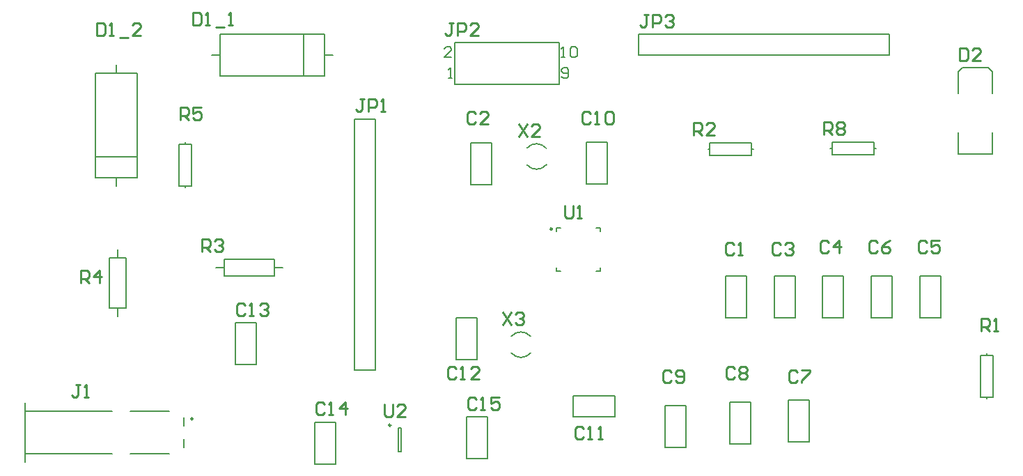
<source format=gto>
%FSLAX25Y25*%
%MOIN*%
G70*
G01*
G75*
%ADD10O,0.02953X0.01181*%
%ADD11O,0.01181X0.02953*%
%ADD12R,0.14173X0.14173*%
%ADD13R,0.12992X0.09449*%
%ADD14R,0.05118X0.02165*%
%ADD15C,0.01181*%
%ADD16C,0.05512*%
%ADD17C,0.04724*%
%ADD18C,0.05118*%
%ADD19R,0.05906X0.05906*%
%ADD20C,0.05906*%
%ADD21R,0.05906X0.05906*%
%ADD22C,0.06496*%
%ADD23O,0.09843X0.05512*%
G04:AMPARAMS|DCode=24|XSize=59.84mil|YSize=59.84mil|CornerRadius=14.96mil|HoleSize=0mil|Usage=FLASHONLY|Rotation=270.000|XOffset=0mil|YOffset=0mil|HoleType=Round|Shape=RoundedRectangle|*
%AMROUNDEDRECTD24*
21,1,0.05984,0.02992,0,0,270.0*
21,1,0.02992,0.05984,0,0,270.0*
1,1,0.02992,-0.01496,-0.01496*
1,1,0.02992,-0.01496,0.01496*
1,1,0.02992,0.01496,0.01496*
1,1,0.02992,0.01496,-0.01496*
%
%ADD24ROUNDEDRECTD24*%
%ADD25C,0.05984*%
%ADD26C,0.06299*%
%ADD27C,0.01969*%
%ADD28C,0.04000*%
%ADD29C,0.07347*%
%ADD30C,0.06756*%
%ADD31C,0.06756*%
%ADD32C,0.07543*%
%ADD33C,0.07937*%
%ADD34O,0.09906X0.06953*%
%ADD35C,0.01000*%
%ADD36C,0.00984*%
%ADD37C,0.00787*%
%ADD38C,0.00800*%
D35*
X569500Y479000D02*
Y484998D01*
X572499D01*
X573499Y483998D01*
Y481999D01*
X572499Y480999D01*
X569500D01*
X571499D02*
X573499Y479000D01*
X575498Y483998D02*
X576498Y484998D01*
X578497D01*
X579497Y483998D01*
Y482999D01*
X578497Y481999D01*
X579497Y480999D01*
Y480000D01*
X578497Y479000D01*
X576498D01*
X575498Y480000D01*
Y480999D01*
X576498Y481999D01*
X575498Y482999D01*
Y483998D01*
X576498Y481999D02*
X578497D01*
X214000Y408000D02*
Y413998D01*
X216999D01*
X217999Y412998D01*
Y410999D01*
X216999Y409999D01*
X214000D01*
X215999D02*
X217999Y408000D01*
X222997D02*
Y413998D01*
X219998Y410999D01*
X223997D01*
X445500Y444998D02*
Y440000D01*
X446500Y439000D01*
X448499D01*
X449499Y440000D01*
Y444998D01*
X451498Y439000D02*
X453497D01*
X452498D01*
Y444998D01*
X451498Y443998D01*
X496499Y365498D02*
X495499Y366498D01*
X493500D01*
X492500Y365498D01*
Y361500D01*
X493500Y360500D01*
X495499D01*
X496499Y361500D01*
X498498D02*
X499498Y360500D01*
X501497D01*
X502497Y361500D01*
Y365498D01*
X501497Y366498D01*
X499498D01*
X498498Y365498D01*
Y364499D01*
X499498Y363499D01*
X502497D01*
X526999Y366998D02*
X525999Y367998D01*
X524000D01*
X523000Y366998D01*
Y363000D01*
X524000Y362000D01*
X525999D01*
X526999Y363000D01*
X528998Y366998D02*
X529998Y367998D01*
X531997D01*
X532997Y366998D01*
Y365999D01*
X531997Y364999D01*
X532997Y363999D01*
Y363000D01*
X531997Y362000D01*
X529998D01*
X528998Y363000D01*
Y363999D01*
X529998Y364999D01*
X528998Y365999D01*
Y366998D01*
X529998Y364999D02*
X531997D01*
X556999Y365498D02*
X555999Y366498D01*
X554000D01*
X553000Y365498D01*
Y361500D01*
X554000Y360500D01*
X555999D01*
X556999Y361500D01*
X558998Y366498D02*
X562997D01*
Y365498D01*
X558998Y361500D01*
Y360500D01*
X457999Y488998D02*
X456999Y489998D01*
X455000D01*
X454000Y488998D01*
Y485000D01*
X455000Y484000D01*
X456999D01*
X457999Y485000D01*
X459998Y484000D02*
X461997D01*
X460998D01*
Y489998D01*
X459998Y488998D01*
X464996D02*
X465996Y489998D01*
X467996D01*
X468995Y488998D01*
Y485000D01*
X467996Y484000D01*
X465996D01*
X464996Y485000D01*
Y488998D01*
X526499Y426498D02*
X525499Y427498D01*
X523500D01*
X522500Y426498D01*
Y422500D01*
X523500Y421500D01*
X525499D01*
X526499Y422500D01*
X528498Y421500D02*
X530497D01*
X529498D01*
Y427498D01*
X528498Y426498D01*
X402999Y488998D02*
X401999Y489998D01*
X400000D01*
X399000Y488998D01*
Y485000D01*
X400000Y484000D01*
X401999D01*
X402999Y485000D01*
X408997Y484000D02*
X404998D01*
X408997Y487999D01*
Y488998D01*
X407997Y489998D01*
X405998D01*
X404998Y488998D01*
X548749Y426498D02*
X547749Y427498D01*
X545750D01*
X544750Y426498D01*
Y422500D01*
X545750Y421500D01*
X547749D01*
X548749Y422500D01*
X550748Y426498D02*
X551748Y427498D01*
X553747D01*
X554747Y426498D01*
Y425499D01*
X553747Y424499D01*
X552747D01*
X553747D01*
X554747Y423499D01*
Y422500D01*
X553747Y421500D01*
X551748D01*
X550748Y422500D01*
X571999Y427498D02*
X570999Y428498D01*
X569000D01*
X568000Y427498D01*
Y423500D01*
X569000Y422500D01*
X570999D01*
X571999Y423500D01*
X576997Y422500D02*
Y428498D01*
X573998Y425499D01*
X577997D01*
X618999Y427498D02*
X617999Y428498D01*
X616000D01*
X615000Y427498D01*
Y423500D01*
X616000Y422500D01*
X617999D01*
X618999Y423500D01*
X624997Y428498D02*
X620998D01*
Y425499D01*
X622997Y426499D01*
X623997D01*
X624997Y425499D01*
Y423500D01*
X623997Y422500D01*
X621998D01*
X620998Y423500D01*
X595249Y427498D02*
X594249Y428498D01*
X592250D01*
X591250Y427498D01*
Y423500D01*
X592250Y422500D01*
X594249D01*
X595249Y423500D01*
X601247Y428498D02*
X599247Y427498D01*
X597248Y425499D01*
Y423500D01*
X598248Y422500D01*
X600247D01*
X601247Y423500D01*
Y424499D01*
X600247Y425499D01*
X597248D01*
X454499Y338498D02*
X453499Y339498D01*
X451500D01*
X450500Y338498D01*
Y334500D01*
X451500Y333500D01*
X453499D01*
X454499Y334500D01*
X456498Y333500D02*
X458497D01*
X457498D01*
Y339498D01*
X456498Y338498D01*
X461496Y333500D02*
X463496D01*
X462496D01*
Y339498D01*
X461496Y338498D01*
X393499Y366998D02*
X392499Y367998D01*
X390500D01*
X389500Y366998D01*
Y363000D01*
X390500Y362000D01*
X392499D01*
X393499Y363000D01*
X395498Y362000D02*
X397497D01*
X396498D01*
Y367998D01*
X395498Y366998D01*
X404495Y362000D02*
X400496D01*
X404495Y365999D01*
Y366998D01*
X403496Y367998D01*
X401496D01*
X400496Y366998D01*
X292599Y397398D02*
X291599Y398398D01*
X289600D01*
X288600Y397398D01*
Y393400D01*
X289600Y392400D01*
X291599D01*
X292599Y393400D01*
X294598Y392400D02*
X296597D01*
X295598D01*
Y398398D01*
X294598Y397398D01*
X299596D02*
X300596Y398398D01*
X302595D01*
X303595Y397398D01*
Y396399D01*
X302595Y395399D01*
X301596D01*
X302595D01*
X303595Y394399D01*
Y393400D01*
X302595Y392400D01*
X300596D01*
X299596Y393400D01*
X330599Y349898D02*
X329599Y350898D01*
X327600D01*
X326600Y349898D01*
Y345900D01*
X327600Y344900D01*
X329599D01*
X330599Y345900D01*
X332598Y344900D02*
X334597D01*
X333598D01*
Y350898D01*
X332598Y349898D01*
X340596Y344900D02*
Y350898D01*
X337596Y347899D01*
X341595D01*
X403099Y352398D02*
X402099Y353398D01*
X400100D01*
X399100Y352398D01*
Y348400D01*
X400100Y347400D01*
X402099D01*
X403099Y348400D01*
X405098Y347400D02*
X407097D01*
X406098D01*
Y353398D01*
X405098Y352398D01*
X414095Y353398D02*
X410096D01*
Y350399D01*
X412096Y351399D01*
X413096D01*
X414095Y350399D01*
Y348400D01*
X413096Y347400D01*
X411096D01*
X410096Y348400D01*
X267500Y537398D02*
Y531400D01*
X270499D01*
X271499Y532400D01*
Y536398D01*
X270499Y537398D01*
X267500D01*
X273498Y531400D02*
X275497D01*
X274498D01*
Y537398D01*
X273498Y536398D01*
X278496Y530400D02*
X282495D01*
X284494Y531400D02*
X286494D01*
X285494D01*
Y537398D01*
X284494Y536398D01*
X221600Y532498D02*
Y526500D01*
X224599D01*
X225599Y527500D01*
Y531498D01*
X224599Y532498D01*
X221600D01*
X227598Y526500D02*
X229597D01*
X228598D01*
Y532498D01*
X227598Y531498D01*
X232596Y525500D02*
X236595D01*
X242593Y526500D02*
X238595D01*
X242593Y530499D01*
Y531498D01*
X241594Y532498D01*
X239594D01*
X238595Y531498D01*
X634550Y520248D02*
Y514250D01*
X637549D01*
X638549Y515250D01*
Y519248D01*
X637549Y520248D01*
X634550D01*
X644547Y514250D02*
X640548D01*
X644547Y518249D01*
Y519248D01*
X643547Y520248D01*
X641548D01*
X640548Y519248D01*
X213381Y359498D02*
X211381D01*
X212381D01*
Y354500D01*
X211381Y353500D01*
X210382D01*
X209382Y354500D01*
X215380Y353500D02*
X217379D01*
X216380D01*
Y359498D01*
X215380Y358498D01*
X349599Y495898D02*
X347599D01*
X348599D01*
Y490900D01*
X347599Y489900D01*
X346600D01*
X345600Y490900D01*
X351598Y489900D02*
Y495898D01*
X354597D01*
X355597Y494898D01*
Y492899D01*
X354597Y491899D01*
X351598D01*
X357596Y489900D02*
X359595D01*
X358596D01*
Y495898D01*
X357596Y494898D01*
X392199Y532398D02*
X390199D01*
X391199D01*
Y527400D01*
X390199Y526400D01*
X389200D01*
X388200Y527400D01*
X394198Y526400D02*
Y532398D01*
X397197D01*
X398197Y531398D01*
Y529399D01*
X397197Y528399D01*
X394198D01*
X404195Y526400D02*
X400196D01*
X404195Y530399D01*
Y531398D01*
X403195Y532398D01*
X401196D01*
X400196Y531398D01*
X485599Y536398D02*
X483599D01*
X484599D01*
Y531400D01*
X483599Y530400D01*
X482600D01*
X481600Y531400D01*
X487598Y530400D02*
Y536398D01*
X490597D01*
X491597Y535398D01*
Y533399D01*
X490597Y532399D01*
X487598D01*
X493596Y535398D02*
X494596Y536398D01*
X496595D01*
X497595Y535398D01*
Y534399D01*
X496595Y533399D01*
X495596D01*
X496595D01*
X497595Y532399D01*
Y531400D01*
X496595Y530400D01*
X494596D01*
X493596Y531400D01*
X644850Y385150D02*
Y391148D01*
X647849D01*
X648849Y390148D01*
Y388149D01*
X647849Y387149D01*
X644850D01*
X646849D02*
X648849Y385150D01*
X650848D02*
X652847D01*
X651848D01*
Y391148D01*
X650848Y390148D01*
X507300Y478700D02*
Y484698D01*
X510299D01*
X511299Y483698D01*
Y481699D01*
X510299Y480699D01*
X507300D01*
X509299D02*
X511299Y478700D01*
X517297D02*
X513298D01*
X517297Y482699D01*
Y483698D01*
X516297Y484698D01*
X514298D01*
X513298Y483698D01*
X271800Y422900D02*
Y428898D01*
X274799D01*
X275799Y427898D01*
Y425899D01*
X274799Y424899D01*
X271800D01*
X273799D02*
X275799Y422900D01*
X277798Y427898D02*
X278798Y428898D01*
X280797D01*
X281797Y427898D01*
Y426899D01*
X280797Y425899D01*
X279797D01*
X280797D01*
X281797Y424899D01*
Y423900D01*
X280797Y422900D01*
X278798D01*
X277798Y423900D01*
X261350Y486150D02*
Y492148D01*
X264349D01*
X265349Y491148D01*
Y489149D01*
X264349Y488149D01*
X261350D01*
X263349D02*
X265349Y486150D01*
X271347Y492148D02*
X267348D01*
Y489149D01*
X269347Y490149D01*
X270347D01*
X271347Y489149D01*
Y487150D01*
X270347Y486150D01*
X268348D01*
X267348Y487150D01*
X359100Y349998D02*
Y345000D01*
X360100Y344000D01*
X362099D01*
X363099Y345000D01*
Y349998D01*
X369097Y344000D02*
X365098D01*
X369097Y347999D01*
Y348998D01*
X368097Y349998D01*
X366098D01*
X365098Y348998D01*
X423500Y483998D02*
X427499Y478000D01*
Y483998D02*
X423500Y478000D01*
X433497D02*
X429498D01*
X433497Y481999D01*
Y482998D01*
X432497Y483998D01*
X430498D01*
X429498Y482998D01*
X416000Y393998D02*
X419999Y388000D01*
Y393998D02*
X416000Y388000D01*
X421998Y392998D02*
X422998Y393998D01*
X424997D01*
X425997Y392998D01*
Y391999D01*
X424997Y390999D01*
X423997D01*
X424997D01*
X425997Y389999D01*
Y389000D01*
X424997Y388000D01*
X422998D01*
X421998Y389000D01*
D36*
X439500Y433843D02*
G03*
X439500Y433843I-492J0D01*
G01*
X362268Y339988D02*
G03*
X362268Y339988I-492J0D01*
G01*
X267492Y343018D02*
G03*
X267492Y343018I-492J0D01*
G01*
D37*
X436643Y472460D02*
G03*
X427413Y472524I-4643J-3960D01*
G01*
X427452Y464476D02*
G03*
X436682Y464540I4588J4024D01*
G01*
X429143Y382460D02*
G03*
X419912Y382524I-4643J-3960D01*
G01*
X419952Y374476D02*
G03*
X429182Y374540I4588J4024D01*
G01*
X593500Y472500D02*
X594400D01*
X572600D02*
X573500D01*
X593500Y469500D02*
Y472500D01*
X573500Y469500D02*
X593500D01*
X573500D02*
Y475500D01*
X593500D01*
Y472500D02*
Y475500D01*
X231500Y420000D02*
Y424000D01*
Y392000D02*
Y396000D01*
X235500D02*
Y420000D01*
X227500D02*
X235500D01*
X227500Y396000D02*
Y420000D01*
Y396000D02*
X235500D01*
X441567Y432563D02*
Y434433D01*
X443437D01*
X460563D02*
X462433D01*
Y432563D02*
Y434433D01*
Y413567D02*
Y415437D01*
X460563Y413567D02*
X462433D01*
X441567D02*
Y415437D01*
Y413567D02*
X443437D01*
X493500Y349500D02*
X503500D01*
Y329500D02*
Y349500D01*
X493500Y329500D02*
X503500D01*
X493500D02*
Y349500D01*
X524500Y351000D02*
X534500D01*
Y331000D02*
Y351000D01*
X524500Y331000D02*
X534500D01*
X524500D02*
Y351000D01*
X552500Y352000D02*
X562500D01*
Y332000D02*
Y352000D01*
X552500Y332000D02*
X562500D01*
X552500D02*
Y352000D01*
X456000Y475500D02*
X466000D01*
Y455500D02*
Y475500D01*
X456000Y455500D02*
X466000D01*
X456000D02*
Y475500D01*
X647500Y373500D02*
Y374400D01*
Y352600D02*
Y353500D01*
Y373500D02*
X650500D01*
Y353500D02*
Y373500D01*
X644500Y353500D02*
X650500D01*
X644500D02*
Y373500D01*
X647500D01*
X650071Y498850D02*
Y509087D01*
X648299Y510858D02*
X650071Y509087D01*
X633909D02*
X635701Y510858D01*
X633929Y469520D02*
Y480150D01*
X650071Y469520D02*
Y480150D01*
X633929Y469520D02*
X650071D01*
X635701Y510858D02*
X648299D01*
X633929Y498850D02*
Y509087D01*
X535000Y472000D02*
X535900D01*
X514100D02*
X515000D01*
X535000Y469000D02*
Y472000D01*
X515000Y469000D02*
X535000D01*
X515000D02*
Y475000D01*
X535000D01*
Y472000D02*
Y475000D01*
X601000Y517000D02*
Y527000D01*
X481000Y517000D02*
X601000D01*
X481000D02*
Y527000D01*
X488500D01*
X601000D01*
X345000Y366500D02*
X355000D01*
X345000D02*
Y486500D01*
X355000D01*
Y479000D02*
Y486500D01*
Y366500D02*
Y479000D01*
X264000Y474500D02*
Y475400D01*
Y453600D02*
Y454500D01*
Y474500D02*
X267000D01*
Y454500D02*
Y474500D01*
X261000Y454500D02*
X267000D01*
X261000D02*
Y474500D01*
X264000D01*
X367091Y327291D02*
Y338709D01*
X365909Y327291D02*
Y338709D01*
Y327291D02*
X367091D01*
X365909Y338709D02*
X367091D01*
X443000Y503000D02*
Y523000D01*
X393000Y503000D02*
Y523000D01*
X443000D01*
X393000Y503000D02*
X443000D01*
X241000Y458500D02*
Y508500D01*
X221000D02*
X241000D01*
X221000Y458500D02*
Y508500D01*
Y458500D02*
X241000D01*
X221000Y468500D02*
X241000D01*
X231000Y508500D02*
Y512500D01*
Y454500D02*
Y458500D01*
X280500Y527000D02*
X330500D01*
X280500Y507000D02*
Y527000D01*
Y507000D02*
X330500D01*
Y527000D01*
X320500Y507000D02*
Y527000D01*
X276500Y517000D02*
X280500D01*
X330500D02*
X334500D01*
X306500Y415500D02*
X310500D01*
X278500D02*
X282500D01*
Y411500D02*
X306500D01*
Y419500D01*
X282500D02*
X306500D01*
X282500Y411500D02*
Y419500D01*
X288000Y369000D02*
X298000D01*
X288000D02*
Y389000D01*
X298000D01*
Y369000D02*
Y389000D01*
X398500Y324000D02*
X408500D01*
X398500D02*
Y344000D01*
X408500D01*
Y324000D02*
Y344000D01*
X326000Y321500D02*
X336000D01*
X326000D02*
Y341500D01*
X336000D01*
Y321500D02*
Y341500D01*
X522500Y411500D02*
X532500D01*
Y391500D02*
Y411500D01*
X522500Y391500D02*
X532500D01*
X522500D02*
Y411500D01*
X545750D02*
X555750D01*
Y391500D02*
Y411500D01*
X545750Y391500D02*
X555750D01*
X545750D02*
Y411500D01*
X569000D02*
X579000D01*
Y391500D02*
Y411500D01*
X569000Y391500D02*
X579000D01*
X569000D02*
Y411500D01*
X592250D02*
X602250D01*
Y391500D02*
Y411500D01*
X592250Y391500D02*
X602250D01*
X592250D02*
Y411500D01*
X615500D02*
X625500D01*
Y391500D02*
Y411500D01*
X615500Y391500D02*
X625500D01*
X615500D02*
Y411500D01*
X449500Y344000D02*
Y354000D01*
X469500D01*
Y344000D02*
Y354000D01*
X449500Y344000D02*
X469500D01*
X393500Y371500D02*
X403500D01*
X393500D02*
Y391500D01*
X403500D01*
Y371500D02*
Y391500D01*
X263020Y339650D02*
Y343587D01*
X237390Y346579D02*
X256288D01*
X187232D02*
X228728D01*
X187232Y322327D02*
Y350673D01*
Y326421D02*
X228728D01*
X263020Y329413D02*
Y333350D01*
X237390Y326421D02*
X256288D01*
X400500Y475000D02*
X410500D01*
Y455000D02*
Y475000D01*
X400500Y455000D02*
X410500D01*
X400500D02*
Y475000D01*
D38*
X391332Y516000D02*
X388000D01*
X391332Y519332D01*
Y520165D01*
X390499Y520998D01*
X388833D01*
X388000Y520165D01*
X390000Y506000D02*
X391666D01*
X390833D01*
Y510998D01*
X390000Y510165D01*
X444000Y506833D02*
X444833Y506000D01*
X446499D01*
X447332Y506833D01*
Y510165D01*
X446499Y510998D01*
X444833D01*
X444000Y510165D01*
Y509332D01*
X444833Y508499D01*
X447332D01*
X444000Y516000D02*
X445666D01*
X444833D01*
Y520998D01*
X444000Y520165D01*
X448165D02*
X448998Y520998D01*
X450665D01*
X451498Y520165D01*
Y516833D01*
X450665Y516000D01*
X448998D01*
X448165Y516833D01*
Y520165D01*
M02*

</source>
